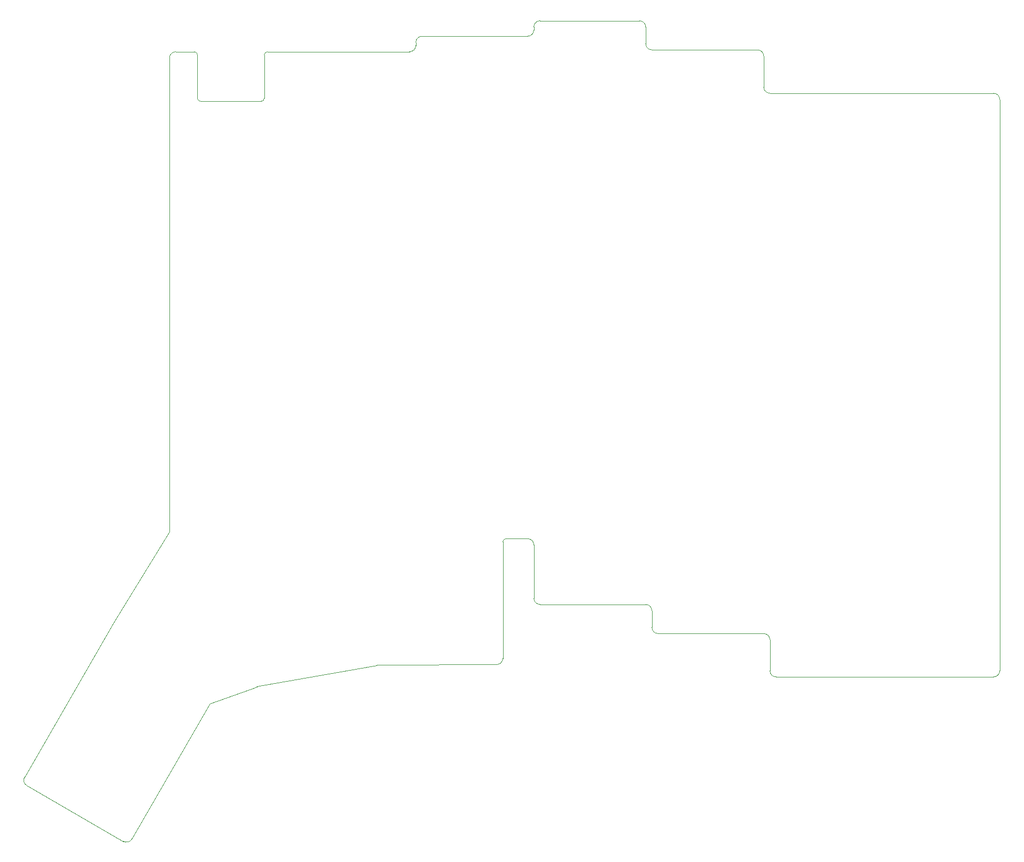
<source format=gbr>
%TF.GenerationSoftware,KiCad,Pcbnew,(6.0.4-0)*%
%TF.CreationDate,2022-08-10T17:19:40+09:00*%
%TF.ProjectId,KB62_L_rev1,4b423632-5f4c-45f7-9265-76312e6b6963,rev?*%
%TF.SameCoordinates,Original*%
%TF.FileFunction,Profile,NP*%
%FSLAX46Y46*%
G04 Gerber Fmt 4.6, Leading zero omitted, Abs format (unit mm)*
G04 Created by KiCad (PCBNEW (6.0.4-0)) date 2022-08-10 17:19:40*
%MOMM*%
%LPD*%
G01*
G04 APERTURE LIST*
%TA.AperFunction,Profile*%
%ADD10C,0.050000*%
%TD*%
G04 APERTURE END LIST*
D10*
X80290324Y-133499523D02*
X65790325Y-158614260D01*
X103273440Y-144031090D02*
X95730000Y-146778635D01*
X104990000Y-41479700D02*
G75*
G03*
X104490000Y-41979710I0J-500000D01*
G01*
X147985950Y-129729710D02*
X147985950Y-121111560D01*
X143484720Y-120120251D02*
G75*
G03*
X142985950Y-120620180I1180J-499949D01*
G01*
X186085950Y-48179720D02*
X204135950Y-48179720D01*
X129935950Y-38979750D02*
G75*
G03*
X128935950Y-39979720I-50J-999950D01*
G01*
X186085990Y-136429710D02*
G75*
G03*
X185085950Y-135429710I-999990J10D01*
G01*
X89190000Y-65529710D02*
X89190000Y-42479710D01*
X186085890Y-141429710D02*
G75*
G03*
X187085950Y-142429710I1000010J10D01*
G01*
X141990640Y-140434380D02*
X123112650Y-140522960D01*
X185085950Y-135429710D02*
X168035950Y-135429710D01*
X167035890Y-134429710D02*
G75*
G03*
X168035950Y-135429710I1000010J10D01*
G01*
X65790356Y-158614278D02*
G75*
G03*
X66156349Y-159980284I865944J-500022D01*
G01*
X142985950Y-120620180D02*
X142985950Y-139434400D01*
X148985950Y-36479750D02*
G75*
G03*
X147985950Y-37479720I-50J-999950D01*
G01*
X147985890Y-129729710D02*
G75*
G03*
X148985950Y-130729710I1000010J10D01*
G01*
X104490000Y-48979710D02*
X104490000Y-41979710D01*
X166035980Y-37479720D02*
G75*
G03*
X165035950Y-36479720I-999980J20D01*
G01*
X81744795Y-168980305D02*
G75*
G03*
X83110831Y-168614260I500005J866005D01*
G01*
X148985950Y-36479720D02*
X165035950Y-36479720D01*
X93689990Y-48979710D02*
G75*
G03*
X94190000Y-49479710I500010J10D01*
G01*
X147985950Y-37979720D02*
X147985950Y-37479720D01*
X103990000Y-49479700D02*
G75*
G03*
X104490000Y-48979710I0J500000D01*
G01*
X185085880Y-47179720D02*
G75*
G03*
X186085950Y-48179720I1000020J20D01*
G01*
X89190000Y-102400000D02*
X89190000Y-65529710D01*
X167035950Y-41179720D02*
X184085950Y-41179720D01*
X166035880Y-40179720D02*
G75*
G03*
X167035950Y-41179720I1000020J20D01*
G01*
X93690000Y-41979710D02*
X93690000Y-48979710D01*
X166035950Y-37479720D02*
X166035950Y-40179720D01*
X66156349Y-159980284D02*
X81744807Y-168980285D01*
X93689990Y-41979710D02*
G75*
G03*
X93190000Y-41479710I-499990J10D01*
G01*
X89190000Y-119000000D02*
X89190000Y-102400000D01*
X204135950Y-142429710D02*
X187085950Y-142429710D01*
X127935950Y-41479650D02*
G75*
G03*
X128935950Y-40479710I50J999950D01*
G01*
X90190000Y-41479710D02*
X93190000Y-41479710D01*
X166035950Y-130729710D02*
X148985950Y-130729710D01*
X185085950Y-42179720D02*
X185085950Y-47179720D01*
X83110832Y-168614260D02*
X95717636Y-146778635D01*
X147986033Y-121111560D02*
G75*
G03*
X146983490Y-120111570I-1000033J-40D01*
G01*
X185085980Y-42179720D02*
G75*
G03*
X184085950Y-41179720I-999980J20D01*
G01*
X146983490Y-120111570D02*
X143484720Y-120120190D01*
X167035950Y-134429710D02*
X167035950Y-131729710D01*
X94190000Y-49479710D02*
X103990000Y-49479710D01*
X223185950Y-49179720D02*
X223185950Y-141429710D01*
X128935950Y-40479710D02*
X128935950Y-39979720D01*
X223185980Y-49179720D02*
G75*
G03*
X222185950Y-48179720I-999980J20D01*
G01*
X141990640Y-140434339D02*
G75*
G03*
X142985950Y-139434400I-4640J999939D01*
G01*
X89190000Y-119000000D02*
X80290324Y-133499523D01*
X186085950Y-141429710D02*
X186085950Y-136429710D01*
X222185950Y-142429710D02*
X204135950Y-142429710D01*
X122604640Y-140568710D02*
X103777420Y-143895950D01*
X103777419Y-143895942D02*
G75*
G03*
X103273440Y-144031090I522081J-2954158D01*
G01*
X204135950Y-48179720D02*
X222185950Y-48179720D01*
X167035990Y-131729710D02*
G75*
G03*
X166035950Y-130729710I-999990J10D01*
G01*
X146985950Y-38979650D02*
G75*
G03*
X147985950Y-37979720I50J999950D01*
G01*
X90190000Y-41479700D02*
G75*
G03*
X89190000Y-42479710I0J-1000000D01*
G01*
X222185950Y-142429650D02*
G75*
G03*
X223185950Y-141429710I50J999950D01*
G01*
X123112650Y-140522970D02*
G75*
G03*
X122604640Y-140568710I14050J-3000030D01*
G01*
X129935950Y-38979720D02*
X146985950Y-38979720D01*
X104990000Y-41479710D02*
X127935950Y-41479710D01*
M02*

</source>
